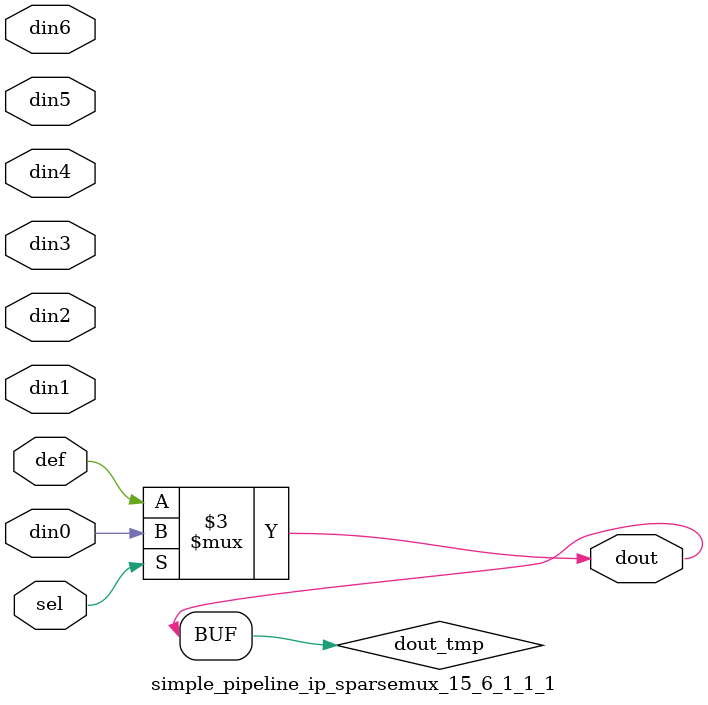
<source format=v>
`timescale 1ns / 1ps

module simple_pipeline_ip_sparsemux_15_6_1_1_1 (din0,din1,din2,din3,din4,din5,din6,def,sel,dout);

parameter din0_WIDTH = 1;

parameter din1_WIDTH = 1;

parameter din2_WIDTH = 1;

parameter din3_WIDTH = 1;

parameter din4_WIDTH = 1;

parameter din5_WIDTH = 1;

parameter din6_WIDTH = 1;

parameter def_WIDTH = 1;
parameter sel_WIDTH = 1;
parameter dout_WIDTH = 1;

parameter [sel_WIDTH-1:0] CASE0 = 1;

parameter [sel_WIDTH-1:0] CASE1 = 1;

parameter [sel_WIDTH-1:0] CASE2 = 1;

parameter [sel_WIDTH-1:0] CASE3 = 1;

parameter [sel_WIDTH-1:0] CASE4 = 1;

parameter [sel_WIDTH-1:0] CASE5 = 1;

parameter [sel_WIDTH-1:0] CASE6 = 1;

parameter ID = 1;
parameter NUM_STAGE = 1;



input [din0_WIDTH-1:0] din0;

input [din1_WIDTH-1:0] din1;

input [din2_WIDTH-1:0] din2;

input [din3_WIDTH-1:0] din3;

input [din4_WIDTH-1:0] din4;

input [din5_WIDTH-1:0] din5;

input [din6_WIDTH-1:0] din6;

input [def_WIDTH-1:0] def;
input [sel_WIDTH-1:0] sel;

output [dout_WIDTH-1:0] dout;



reg [dout_WIDTH-1:0] dout_tmp;


always @ (*) begin
(* parallel_case *) case (sel)
    
    CASE0 : dout_tmp = din0;
    
    CASE1 : dout_tmp = din1;
    
    CASE2 : dout_tmp = din2;
    
    CASE3 : dout_tmp = din3;
    
    CASE4 : dout_tmp = din4;
    
    CASE5 : dout_tmp = din5;
    
    CASE6 : dout_tmp = din6;
    
    default : dout_tmp = def;
endcase
end


assign dout = dout_tmp;



endmodule

</source>
